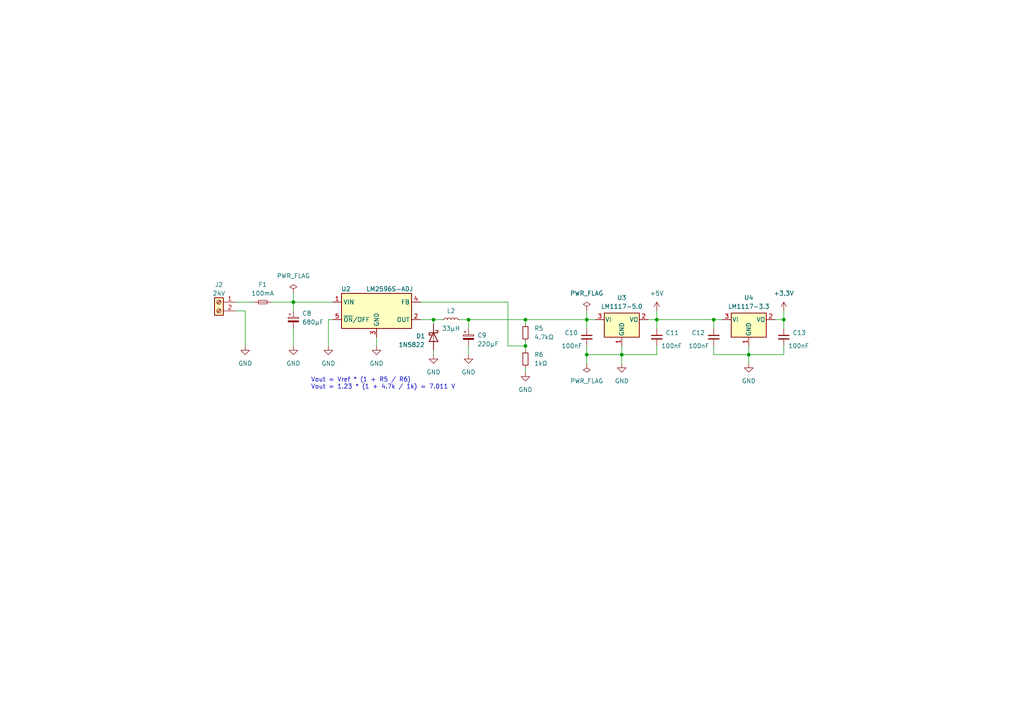
<source format=kicad_sch>
(kicad_sch (version 20211123) (generator eeschema)
  (paper "A4")
  (title_block (title "Power Delivery") (date "2022-11-21") (rev "0.1.0") (company "PUT Motorsport"))
  (lib_symbols
    (symbol "Connector:Screw_Terminal_01x02" (pin_names (offset 1.016) hide)
      (property "Reference" "J" (at 0 2.54 0))
      (property "Value" "Screw_Terminal_01x02" (at 0 -5.08 0))
      (symbol "Screw_Terminal_01x02_1_1"
        (rectangle (start -1.27 1.27) (end 1.27 -3.81) (stroke (width 0.254)) (fill (type background)))
        (circle (center 0 -2.54) (radius 0.635) (stroke (width 0.1524)))
        (polyline (pts (xy -0.5334 -2.2098) (xy 0.3302 -3.048)) (stroke (width 0.1524)))
        (polyline (pts (xy -0.5334 0.3302) (xy 0.3302 -0.508)) (stroke (width 0.1524)))
        (polyline (pts (xy -0.3556 -2.032) (xy 0.508 -2.8702)) (stroke (width 0.1524)))
        (polyline (pts (xy -0.3556 0.508) (xy 0.508 -0.3302)) (stroke (width 0.1524)))
        (circle (center 0 0) (radius 0.635) (stroke (width 0.1524)))
        (pin passive line (at -5.08 0 0) (length 3.81) (name "Pin_1") (number "1"))
        (pin passive line (at -5.08 -2.54 0) (length 3.81) (name "Pin_2") (number "2"))
      )
    )
    (symbol "Device:C_Polarized_Small" (pin_numbers hide) (pin_names (offset 0.254) hide)
      (property "Reference" "C" (at 0.254 1.778 0))
      (property "Value" "C_Polarized_Small" (at 0.254 -2.032 0))
      (symbol "C_Polarized_Small_0_1"
        (rectangle (start -1.524 -0.3048) (end 1.524 -0.6858) (fill (type outline)))
        (rectangle (start -1.524 0.6858) (end 1.524 0.3048))
        (polyline (pts (xy -1.27 1.524) (xy -0.762 1.524)))
        (polyline (pts (xy -1.016 1.27) (xy -1.016 1.778)))
      )
      (symbol "C_Polarized_Small_1_1"
        (pin passive line (at 0 2.54 270) (length 1.8542) (name "~") (number "1"))
        (pin passive line (at 0 -2.54 90) (length 1.8542) (name "~") (number "2"))
      )
    )
    (symbol "Device:C_Small" (pin_numbers hide) (pin_names (offset 0.254) hide)
      (property "Reference" "C" (at 0.254 1.778 0))
      (property "Value" "C_Small" (at 0.254 -2.032 0))
      (symbol "C_Small_0_1"
        (polyline (pts (xy -1.524 -0.508) (xy 1.524 -0.508)) (stroke (width 0.3302)))
        (polyline (pts (xy -1.524 0.508) (xy 1.524 0.508)) (stroke (width 0.3048)))
      )
      (symbol "C_Small_1_1"
        (pin passive line (at 0 2.54 270) (length 2.032) (name "~") (number "1"))
        (pin passive line (at 0 -2.54 90) (length 2.032) (name "~") (number "2"))
      )
    )
    (symbol "Device:Fuse_Small" (pin_numbers hide) (pin_names (offset 0.254) hide)
      (property "Reference" "F" (at 0 -1.524 0))
      (property "Value" "Fuse_Small" (at 0 1.524 0))
      (symbol "Fuse_Small_0_1"
        (rectangle (start -1.27 0.508) (end 1.27 -0.508))
        (polyline (pts (xy -1.27 0) (xy 1.27 0)))
      )
      (symbol "Fuse_Small_1_1"
        (pin passive line (at -2.54 0 0) (length 1.27) (name "~") (number "1"))
        (pin passive line (at 2.54 0 180) (length 1.27) (name "~") (number "2"))
      )
    )
    (symbol "Device:L_Small" (pin_numbers hide) (pin_names (offset 0.254) hide)
      (property "Reference" "L" (at 0.762 1.016 0))
      (property "Value" "L_Small" (at 0.762 -1.016 0))
      (symbol "L_Small_0_1"
        (arc (start 0 -2.032) (mid 0.508 -1.524) (end 0 -1.016))
        (arc (start 0 -1.016) (mid 0.508 -0.508) (end 0 0))
        (arc (start 0 0) (mid 0.508 0.508) (end 0 1.016))
        (arc (start 0 1.016) (mid 0.508 1.524) (end 0 2.032))
      )
      (symbol "L_Small_1_1"
        (pin passive line (at 0 2.54 270) (length 0.508) (name "~") (number "1"))
        (pin passive line (at 0 -2.54 90) (length 0.508) (name "~") (number "2"))
      )
    )
    (symbol "Device:R_Small" (pin_numbers hide) (pin_names (offset 0.254) hide)
      (property "Reference" "R" (at 0.762 0.508 0))
      (property "Value" "R_Small" (at 0.762 -1.016 0))
      (symbol "R_Small_0_1"
        (rectangle (start -0.762 1.778) (end 0.762 -1.778) (stroke (width 0.2032)))
      )
      (symbol "R_Small_1_1"
        (pin passive line (at 0 2.54 270) (length 0.762) (name "~") (number "1"))
        (pin passive line (at 0 -2.54 90) (length 0.762) (name "~") (number "2"))
      )
    )
    (symbol "Diode:1N5822" (pin_numbers hide) (pin_names (offset 1.016) hide)
      (property "Reference" "D" (at 0 2.54 0))
      (property "Value" "1N5822" (at 0 -2.54 0))
      (symbol "1N5822_0_1"
        (polyline (pts (xy 1.27 0) (xy -1.27 0)))
        (polyline (pts (xy 1.27 1.27) (xy 1.27 -1.27) (xy -1.27 0) (xy 1.27 1.27)) (stroke (width 0.254)))
        (polyline (pts (xy -1.905 0.635) (xy -1.905 1.27) (xy -1.27 1.27) (xy -1.27 -1.27) (xy -0.635 -1.27) (xy -0.635 -0.635)) (stroke (width 0.254)))
      )
      (symbol "1N5822_1_1"
        (pin passive line (at -3.81 0 0) (length 2.54) (name "K") (number "1"))
        (pin passive line (at 3.81 0 180) (length 2.54) (name "A") (number "2"))
      )
    )
    (symbol "Regulator_Linear:LM1117-3.3" (pin_names (offset 0.254))
      (property "Reference" "U" (at -3.81 3.175 0))
      (property "Value" "LM1117-3.3" (at 0 3.175 0))
      (symbol "LM1117-3.3_0_1"
        (rectangle (start -5.08 -5.08) (end 5.08 1.905) (stroke (width 0.254)) (fill (type background)))
      )
      (symbol "LM1117-3.3_1_1"
        (pin power_in line (at 0 -7.62 90) (length 2.54) (name "GND") (number "1"))
        (pin power_out line (at 7.62 0 180) (length 2.54) (name "VO") (number "2"))
        (pin power_in line (at -7.62 0 0) (length 2.54) (name "VI") (number "3"))
      )
    )
    (symbol "Regulator_Linear:LM1117-5.0" (pin_names (offset 0.254))
      (property "Reference" "U" (at -3.81 3.175 0))
      (property "Value" "LM1117-5.0" (at 0 3.175 0))
      (symbol "LM1117-5.0_0_1"
        (rectangle (start -5.08 -5.08) (end 5.08 1.905) (stroke (width 0.254)) (fill (type background)))
      )
      (symbol "LM1117-5.0_1_1"
        (pin power_in line (at 0 -7.62 90) (length 2.54) (name "GND") (number "1"))
        (pin power_out line (at 7.62 0 180) (length 2.54) (name "VO") (number "2"))
        (pin power_in line (at -7.62 0 0) (length 2.54) (name "VI") (number "3"))
      )
    )
    (symbol "Regulator_Switching:LM2596S-ADJ"
      (property "Reference" "U" (at -10.16 6.35 0))
      (property "Value" "LM2596S-ADJ" (at 0 6.35 0))
      (symbol "LM2596S-ADJ_0_1"
        (rectangle (start -10.16 5.08) (end 10.16 -5.08) (stroke (width 0.254)) (fill (type background)))
      )
      (symbol "LM2596S-ADJ_1_1"
        (pin power_in line (at -12.7 2.54 0) (length 2.54) (name "VIN") (number "1"))
        (pin output line (at 12.7 -2.54 180) (length 2.54) (name "OUT") (number "2"))
        (pin power_in line (at 0 -7.62 90) (length 2.54) (name "GND") (number "3"))
        (pin input line (at 12.7 2.54 180) (length 2.54) (name "FB") (number "4"))
        (pin input line (at -12.7 -2.54 0) (length 2.54) (name "~{ON}/OFF") (number "5"))
      )
    )
    (symbol "power:+3.3V" (power) (pin_names (offset 0))
      (property "Value" "+3.3V" (at 0 3.556 0))
      (symbol "+3.3V_0_1"
        (polyline (pts (xy -0.762 1.27) (xy 0 2.54)))
        (polyline (pts (xy 0 0) (xy 0 2.54)))
        (polyline (pts (xy 0 2.54) (xy 0.762 1.27)))
      )
      (symbol "+3.3V_1_1"
        (pin power_in line (at 0 0 90) (length 0) hide (name "+3.3V") (number "1"))
      )
    )
    (symbol "power:+5V" (power) (pin_names (offset 0))
      (property "Value" "+5V" (at 0 3.556 0))
      (symbol "+5V_0_1"
        (polyline (pts (xy -0.762 1.27) (xy 0 2.54)))
        (polyline (pts (xy 0 0) (xy 0 2.54)))
        (polyline (pts (xy 0 2.54) (xy 0.762 1.27)))
      )
      (symbol "+5V_1_1"
        (pin power_in line (at 0 0 90) (length 0) hide (name "+5V") (number "1"))
      )
    )
    (symbol "power:GND" (power) (pin_names (offset 0))
      (property "Value" "GND" (at 0 -3.81 0))
      (symbol "GND_0_1"
        (polyline (pts (xy 0 0) (xy 0 -1.27) (xy 1.27 -1.27) (xy 0 -2.54) (xy -1.27 -1.27) (xy 0 -1.27)))
      )
      (symbol "GND_1_1"
        (pin power_in line (at 0 0 270) (length 0) hide (name "GND") (number "1"))
      )
    )
    (symbol "power:PWR_FLAG" (power) (pin_numbers hide) (pin_names (offset 0) hide)
      (property "Value" "PWR_FLAG" (at 0 3.81 0))
      (symbol "PWR_FLAG_0_0"
        (pin power_out line (at 0 0 90) (length 0) (name "pwr") (number "1"))
      )
      (symbol "PWR_FLAG_0_1"
        (polyline (pts (xy 0 0) (xy 0 1.27) (xy -1.016 1.905) (xy 0 2.54) (xy 1.016 1.905) (xy 0 1.27)))
      )
    )
  )
  (junction (at 170.18 102.87))
  (junction (at 190.5 92.71))
  (junction (at 170.18 92.71))
  (junction (at 135.89 92.71))
  (junction (at 125.73 92.71))
  (junction (at 85.09 87.63))
  (junction (at 152.4 100.33))
  (junction (at 152.4 92.71))
  (junction (at 180.34 102.87))
  (junction (at 217.17 102.87))
  (junction (at 207.01 92.71))
  (junction (at 227.33 92.71))
  (wire (pts (xy 78.74 87.63) (xy 85.09 87.63)))
  (wire (pts (xy 121.92 92.71) (xy 125.73 92.71)))
  (wire (pts (xy 152.4 100.33) (xy 152.4 101.6)))
  (wire (pts (xy 227.33 92.71) (xy 227.33 95.25)))
  (wire (pts (xy 125.73 92.71) (xy 128.27 92.71)))
  (wire (pts (xy 152.4 106.68) (xy 152.4 107.95)))
  (wire (pts (xy 172.72 92.71) (xy 170.18 92.71)))
  (wire (pts (xy 190.5 92.71) (xy 207.01 92.71)))
  (wire (pts (xy 227.33 100.33) (xy 227.33 102.87)))
  (wire (pts (xy 170.18 102.87) (xy 170.18 105.41)))
  (wire (pts (xy 180.34 102.87) (xy 190.5 102.87)))
  (wire (pts (xy 71.12 90.17) (xy 71.12 100.33)))
  (wire (pts (xy 207.01 102.87) (xy 217.17 102.87)))
  (wire (pts (xy 147.32 87.63) (xy 147.32 100.33)))
  (wire (pts (xy 190.5 92.71) (xy 190.5 95.25)))
  (wire (pts (xy 170.18 90.17) (xy 170.18 92.71)))
  (wire (pts (xy 217.17 102.87) (xy 217.17 105.41)))
  (wire (pts (xy 207.01 92.71) (xy 207.01 95.25)))
  (wire (pts (xy 96.52 92.71) (xy 95.25 92.71)))
  (wire (pts (xy 135.89 100.33) (xy 135.89 102.87)))
  (wire (pts (xy 109.22 97.79) (xy 109.22 100.33)))
  (wire (pts (xy 217.17 102.87) (xy 227.33 102.87)))
  (wire (pts (xy 135.89 92.71) (xy 152.4 92.71)))
  (wire (pts (xy 170.18 92.71) (xy 170.18 95.25)))
  (wire (pts (xy 152.4 92.71) (xy 152.4 93.98)))
  (wire (pts (xy 152.4 100.33) (xy 152.4 99.06)))
  (wire (pts (xy 68.58 87.63) (xy 73.66 87.63)))
  (wire (pts (xy 121.92 87.63) (xy 147.32 87.63)))
  (wire (pts (xy 96.52 87.63) (xy 85.09 87.63)))
  (wire (pts (xy 180.34 102.87) (xy 180.34 105.41)))
  (wire (pts (xy 217.17 100.33) (xy 217.17 102.87)))
  (wire (pts (xy 170.18 100.33) (xy 170.18 102.87)))
  (wire (pts (xy 68.58 90.17) (xy 71.12 90.17)))
  (wire (pts (xy 95.25 92.71) (xy 95.25 100.33)))
  (wire (pts (xy 85.09 85.09) (xy 85.09 87.63)))
  (wire (pts (xy 180.34 100.33) (xy 180.34 102.87)))
  (wire (pts (xy 190.5 102.87) (xy 190.5 100.33)))
  (wire (pts (xy 147.32 100.33) (xy 152.4 100.33)))
  (wire (pts (xy 207.01 92.71) (xy 209.55 92.71)))
  (wire (pts (xy 152.4 92.71) (xy 170.18 92.71)))
  (wire (pts (xy 224.79 92.71) (xy 227.33 92.71)))
  (wire (pts (xy 85.09 95.25) (xy 85.09 100.33)))
  (wire (pts (xy 125.73 101.6) (xy 125.73 102.87)))
  (wire (pts (xy 190.5 90.17) (xy 190.5 92.71)))
  (wire (pts (xy 135.89 92.71) (xy 135.89 95.25)))
  (wire (pts (xy 207.01 102.87) (xy 207.01 100.33)))
  (wire (pts (xy 133.35 92.71) (xy 135.89 92.71)))
  (wire (pts (xy 85.09 87.63) (xy 85.09 90.17)))
  (wire (pts (xy 227.33 90.17) (xy 227.33 92.71)))
  (wire (pts (xy 170.18 102.87) (xy 180.34 102.87)))
  (wire (pts (xy 187.96 92.71) (xy 190.5 92.71)))
  (wire (pts (xy 125.73 92.71) (xy 125.73 93.98)))
  (text "Vout = Vref * (1 + R5 / R6)\nVout = 1.23 * (1 + 4.7k / 1k) = 7.011 V" (at 90.17 113.03 0) (effects (font (size 1.27 1.27)) (justify left bottom)))
  (symbol (lib_id "power:GND") (at 180.34 105.41 0) (unit 1)
    (property "Reference" "#PWR014" (effects hide))
    (property "Value" "GND" (at 180.34 110.49 0))
  )
  (symbol (lib_id "power:+3.3V") (at 227.33 90.17 0) (unit 1)
    (property "Reference" "#PWR017" (effects hide))
    (property "Value" "+3.3V" (at 227.33 85.09 0))
  )
  (symbol (lib_id "Device:C_Small") (at 227.33 97.79 0) (unit 1)
    (property "Reference" "C13" (at 229.87 96.5262 0) (effects (justify left)))
    (property "Value" "100nF" (at 228.6 100.3362 0) (effects (justify left)))
  )
  (symbol (lib_id "Regulator_Switching:LM2596S-ADJ") (at 109.22 90.17 0) (unit 1)
    (property "Reference" "U2" (at 100.33 83.82 0))
    (property "Value" "LM2596S-ADJ" (at 113.03 83.82 0))
    (property "Footprint" "Package_TO_SOT_SMD:TO-263-5_TabPin3" (effects hide))
    (property "Datasheet" "http://www.ti.com/lit/ds/symlink/lm2596.pdf" (effects hide))
  )
  (symbol (lib_id "power:GND") (at 71.12 100.33 0) (unit 1)
    (property "Reference" "#PWR07" (effects hide))
    (property "Value" "GND" (at 71.12 105.41 0))
  )
  (symbol (lib_id "power:GND") (at 135.89 102.87 0) (unit 1)
    (property "Reference" "#PWR012" (effects hide))
    (property "Value" "GND" (at 135.89 107.95 0))
  )
  (symbol (lib_id "Diode:1N5822") (at 125.73 97.79 270) (unit 1)
    (property "Reference" "D1" (at 120.65 97.4724 90) (effects (justify left)))
    (property "Value" "1N5822" (at 115.57 100.0124 90) (effects (justify left)))
    (property "Footprint" "Diode_THT:D_DO-201AD_P15.24mm_Horizontal" (effects hide))
    (property "Datasheet" "http://www.vishay.com/docs/88526/1n5820.pdf" (effects hide))
  )
  (symbol (lib_id "power:GND") (at 152.4 107.95 0) (unit 1)
    (property "Reference" "#PWR013" (effects hide))
    (property "Value" "GND" (at 152.4 113.03 0))
  )
  (symbol (lib_id "power:GND") (at 217.17 105.41 0) (unit 1)
    (property "Reference" "#PWR0101" (effects hide))
    (property "Value" "GND" (at 217.17 110.49 0))
  )
  (symbol (lib_id "power:GND") (at 85.09 100.33 0) (unit 1)
    (property "Reference" "#PWR08" (effects hide))
    (property "Value" "GND" (at 85.09 105.41 0))
  )
  (symbol (lib_id "Connector:Screw_Terminal_01x02") (at 63.5 87.63 0) (mirror y) (unit 1)
    (property "Reference" "J2" (at 63.5 82.55 0))
    (property "Value" "24V" (at 63.5 85.09 0))
  )
  (symbol (lib_id "power:GND") (at 109.22 100.33 0) (unit 1)
    (property "Reference" "#PWR010" (effects hide))
    (property "Value" "GND" (at 109.22 105.41 0))
  )
  (symbol (lib_id "Device:C_Small") (at 207.01 97.79 0) (unit 1)
    (property "Reference" "C12" (at 204.47 96.5262 0) (effects (justify right)))
    (property "Value" "100nF" (at 205.74 100.3362 0) (effects (justify right)))
  )
  (symbol (lib_id "Device:L_Small") (at 130.81 92.71 90) (unit 1)
    (property "Reference" "L2" (at 130.81 90.17 90))
    (property "Value" "33μH" (at 130.81 95.25 90))
  )
  (symbol (lib_id "Device:C_Small") (at 190.5 97.79 0) (unit 1)
    (property "Reference" "C11" (at 193.04 96.5262 0) (effects (justify left)))
    (property "Value" "100nF" (at 191.77 100.3362 0) (effects (justify left)))
  )
  (symbol (lib_id "Device:Fuse_Small") (at 76.2 87.63 0) (unit 1)
    (property "Reference" "F1" (at 76.2 82.55 0))
    (property "Value" "100mA" (at 76.2 85.09 0))
  )
  (symbol (lib_id "Regulator_Linear:LM1117-3.3") (at 217.17 92.71 0) (unit 1)
    (property "Reference" "U4" (at 217.17 86.36 0))
    (property "Value" "LM1117-3.3" (at 217.17 88.9 0))
    (property "Datasheet" "http://www.ti.com/lit/ds/symlink/lm1117.pdf" (effects hide))
  )
  (symbol (lib_id "Regulator_Linear:LM1117-5.0") (at 180.34 92.71 0) (unit 1)
    (property "Reference" "U3" (at 180.34 86.36 0))
    (property "Value" "LM1117-5.0" (at 180.34 88.9 0))
    (property "Datasheet" "http://www.ti.com/lit/ds/symlink/lm1117.pdf" (effects hide))
  )
  (symbol (lib_id "power:GND") (at 125.73 102.87 0) (unit 1)
    (property "Reference" "#PWR011" (effects hide))
    (property "Value" "GND" (at 125.73 107.95 0))
  )
  (symbol (lib_id "Device:R_Small") (at 152.4 104.14 0) (unit 1)
    (property "Reference" "R6" (at 154.94 102.8699 0) (effects (justify left)))
    (property "Value" "1kΩ" (at 154.94 105.4099 0) (effects (justify left)))
  )
  (symbol (lib_id "power:PWR_FLAG") (at 170.18 105.41 180) (unit 1)
    (property "Reference" "#FLG0103" (effects hide))
    (property "Value" "PWR_FLAG" (at 170.18 110.49 0))
  )
  (symbol (lib_id "Device:C_Polarized_Small") (at 135.89 97.79 0) (unit 1)
    (property "Reference" "C9" (at 138.43 97.2438 0) (effects (justify left)))
    (property "Value" "220μF" (at 138.43 99.7838 0) (effects (justify left)))
  )
  (symbol (lib_id "Device:C_Polarized_Small") (at 85.09 92.71 0) (unit 1)
    (property "Reference" "C8" (at 87.63 90.8938 0) (effects (justify left)))
    (property "Value" "680μF" (at 87.63 93.4338 0) (effects (justify left)))
  )
  (symbol (lib_id "Device:C_Small") (at 170.18 97.79 0) (unit 1)
    (property "Reference" "C10" (at 167.64 96.5262 0) (effects (justify right)))
    (property "Value" "100nF" (at 168.91 100.3362 0) (effects (justify right)))
  )
  (symbol (lib_id "power:+5V") (at 190.5 90.17 0) (unit 1)
    (property "Reference" "#PWR015" (effects hide))
    (property "Value" "+5V" (at 190.5 85.09 0))
  )
  (symbol (lib_id "power:PWR_FLAG") (at 170.18 90.17 0) (unit 1)
    (property "Reference" "#FLG0102" (effects hide))
    (property "Value" "PWR_FLAG" (at 170.18 85.09 0))
  )
  (symbol (lib_id "power:GND") (at 95.25 100.33 0) (unit 1)
    (property "Reference" "#PWR09" (effects hide))
    (property "Value" "GND" (at 95.25 105.41 0))
  )
  (symbol (lib_id "power:PWR_FLAG") (at 85.09 85.09 0) (unit 1)
    (property "Reference" "#FLG0101" (effects hide))
    (property "Value" "PWR_FLAG" (at 85.09 80.01 0))
  )
  (symbol (lib_id "Device:R_Small") (at 152.4 96.52 0) (unit 1)
    (property "Reference" "R5" (at 154.94 95.2499 0) (effects (justify left)))
    (property "Value" "4.7kΩ" (at 154.94 97.7899 0) (effects (justify left)))
  )
)
</source>
